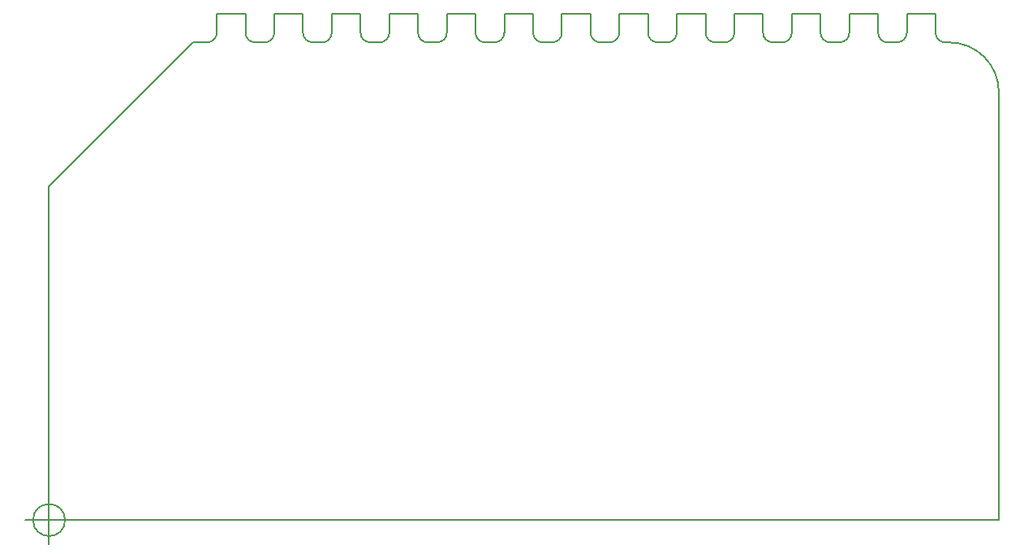
<source format=gm1>
G04 #@! TF.GenerationSoftware,KiCad,Pcbnew,(5.1.12)-1*
G04 #@! TF.CreationDate,2023-07-18T15:57:14+01:00*
G04 #@! TF.ProjectId,CPCRAM,43504352-414d-42e6-9b69-6361645f7063,rev?*
G04 #@! TF.SameCoordinates,Original*
G04 #@! TF.FileFunction,Profile,NP*
%FSLAX46Y46*%
G04 Gerber Fmt 4.6, Leading zero omitted, Abs format (unit mm)*
G04 Created by KiCad (PCBNEW (5.1.12)-1) date 2023-07-18 15:57:14*
%MOMM*%
%LPD*%
G01*
G04 APERTURE LIST*
G04 #@! TA.AperFunction,Profile*
%ADD10C,0.150000*%
G04 #@! TD*
G04 APERTURE END LIST*
D10*
X170400000Y-103500000D02*
X168910000Y-103505000D01*
X240400000Y-102500000D02*
X240400000Y-100500000D01*
X243400000Y-100500000D02*
X243400000Y-102500000D01*
X242400000Y-103500000D02*
X241400000Y-103500000D01*
X246400000Y-100500000D02*
X243400000Y-100500000D01*
X240400000Y-100500000D02*
X237400000Y-100500000D01*
X246400000Y-102500000D02*
X246400000Y-100500000D01*
X237400000Y-100500000D02*
X237400000Y-102500000D01*
X219400000Y-100500000D02*
X219400000Y-102500000D01*
X230400000Y-103500000D02*
X229400000Y-103500000D01*
X234400000Y-102500000D02*
X234400000Y-100500000D01*
X234400000Y-100500000D02*
X231400000Y-100500000D01*
X210400000Y-102500000D02*
X210400000Y-100500000D01*
X222400000Y-102500000D02*
X222400000Y-100500000D01*
X210400000Y-100500000D02*
X207400000Y-100500000D01*
X231400000Y-100500000D02*
X231400000Y-102500000D01*
X206400000Y-103500000D02*
X205400000Y-103500000D01*
X207400000Y-100500000D02*
X207400000Y-102500000D01*
X222400000Y-100500000D02*
X219400000Y-100500000D01*
X212400000Y-103500000D02*
X211400000Y-103500000D01*
X228400000Y-100500000D02*
X225400000Y-100500000D01*
X204400000Y-100500000D02*
X201400000Y-100500000D01*
X225400000Y-100500000D02*
X225400000Y-102500000D01*
X216400000Y-102500000D02*
X216400000Y-100500000D01*
X216400000Y-100500000D02*
X213400000Y-100500000D01*
X204400000Y-102500000D02*
X204400000Y-100500000D01*
X213400000Y-100500000D02*
X213400000Y-102500000D01*
X236400000Y-103500000D02*
X235400000Y-103500000D01*
X218400000Y-103500000D02*
X217400000Y-103500000D01*
X228400000Y-102500000D02*
X228400000Y-100500000D01*
X224400000Y-103500000D02*
X223400000Y-103500000D01*
X192400000Y-102500000D02*
X192400000Y-100500000D01*
X186400000Y-102500000D02*
X186400000Y-100500000D01*
X180400000Y-102500000D02*
X180400000Y-100500000D01*
X189400000Y-100500000D02*
X189400000Y-102500000D01*
X243400000Y-102500000D02*
G75*
G02*
X242400000Y-103500000I-1000000J0D01*
G01*
X192400000Y-100500000D02*
X189400000Y-100500000D01*
X188400000Y-103500000D02*
X187400000Y-103500000D01*
X186400000Y-100500000D02*
X183400000Y-100500000D01*
X183400000Y-100500000D02*
X183400000Y-102500000D01*
X180400000Y-100500000D02*
X177400000Y-100500000D01*
X252998400Y-108685000D02*
G75*
G03*
X247818400Y-103505000I-5180000J0D01*
G01*
X182400000Y-103500000D02*
X181400000Y-103500000D01*
X198400000Y-102500000D02*
X198400000Y-100500000D01*
X176400000Y-103500000D02*
X175400000Y-103500000D01*
X194400000Y-103500000D02*
X193400000Y-103500000D01*
X177400000Y-100500000D02*
X177400000Y-102500000D01*
X201400000Y-100500000D02*
X201400000Y-102500000D01*
X195400000Y-100500000D02*
X195400000Y-102500000D01*
X174400000Y-100500000D02*
X171400000Y-100500000D01*
X174400000Y-102500000D02*
X174400000Y-100500000D01*
X200400000Y-103500000D02*
X199400000Y-103500000D01*
X198400000Y-100500000D02*
X195400000Y-100500000D01*
X171400000Y-100500000D02*
X171400000Y-102500000D01*
X225400000Y-102500000D02*
G75*
G02*
X224400000Y-103500000I-1000000J0D01*
G01*
X189400000Y-102500000D02*
G75*
G02*
X188400000Y-103500000I-1000000J0D01*
G01*
X175400000Y-103500000D02*
G75*
G02*
X174400000Y-102500000I0J1000000D01*
G01*
X235400000Y-103500000D02*
G75*
G02*
X234400000Y-102500000I0J1000000D01*
G01*
X219400000Y-102500000D02*
G75*
G02*
X218400000Y-103500000I-1000000J0D01*
G01*
X217400000Y-103500000D02*
G75*
G02*
X216400000Y-102500000I0J1000000D01*
G01*
X213400000Y-102500000D02*
G75*
G02*
X212400000Y-103500000I-1000000J0D01*
G01*
X207400000Y-102500000D02*
G75*
G02*
X206400000Y-103500000I-1000000J0D01*
G01*
X201400000Y-102500000D02*
G75*
G02*
X200400000Y-103500000I-1000000J0D01*
G01*
X177400000Y-102500000D02*
G75*
G02*
X176400000Y-103500000I-1000000J0D01*
G01*
X187400000Y-103500000D02*
G75*
G02*
X186400000Y-102500000I0J1000000D01*
G01*
X211400000Y-103500000D02*
G75*
G02*
X210400000Y-102500000I0J1000000D01*
G01*
X223400000Y-103500000D02*
G75*
G02*
X222400000Y-102500000I0J1000000D01*
G01*
X229400000Y-103500000D02*
G75*
G02*
X228400000Y-102500000I0J1000000D01*
G01*
X183400000Y-102500000D02*
G75*
G02*
X182400000Y-103500000I-1000000J0D01*
G01*
X199400000Y-103500000D02*
G75*
G02*
X198400000Y-102500000I0J1000000D01*
G01*
X205400000Y-103500000D02*
G75*
G02*
X204400000Y-102500000I0J1000000D01*
G01*
X181400000Y-103500000D02*
G75*
G02*
X180400000Y-102500000I0J1000000D01*
G01*
X195400000Y-102500000D02*
G75*
G02*
X194400000Y-103500000I-1000000J0D01*
G01*
X193400000Y-103500000D02*
G75*
G02*
X192400000Y-102500000I0J1000000D01*
G01*
X171400000Y-102500000D02*
G75*
G02*
X170400000Y-103500000I-1000000J0D01*
G01*
X237400000Y-102500000D02*
G75*
G02*
X236400000Y-103500000I-1000000J0D01*
G01*
X231400000Y-102500000D02*
G75*
G02*
X230400000Y-103500000I-1000000J0D01*
G01*
X247818400Y-103505000D02*
X247400000Y-103500000D01*
X241400000Y-103500000D02*
G75*
G02*
X240400000Y-102500000I0J1000000D01*
G01*
X247400000Y-103500000D02*
G75*
G02*
X246400000Y-102500000I0J1000000D01*
G01*
X155565266Y-153365200D02*
G75*
G03*
X155565266Y-153365200I-1666666J0D01*
G01*
X151398600Y-153365200D02*
X156398600Y-153365200D01*
X153898600Y-150865200D02*
X153898600Y-155865200D01*
X253000000Y-108685000D02*
X253000000Y-153365200D01*
X153898600Y-118516400D02*
X153898600Y-153365200D01*
X168910000Y-103505000D02*
X153898600Y-118516400D01*
X153898600Y-153365200D02*
X253000000Y-153365200D01*
M02*

</source>
